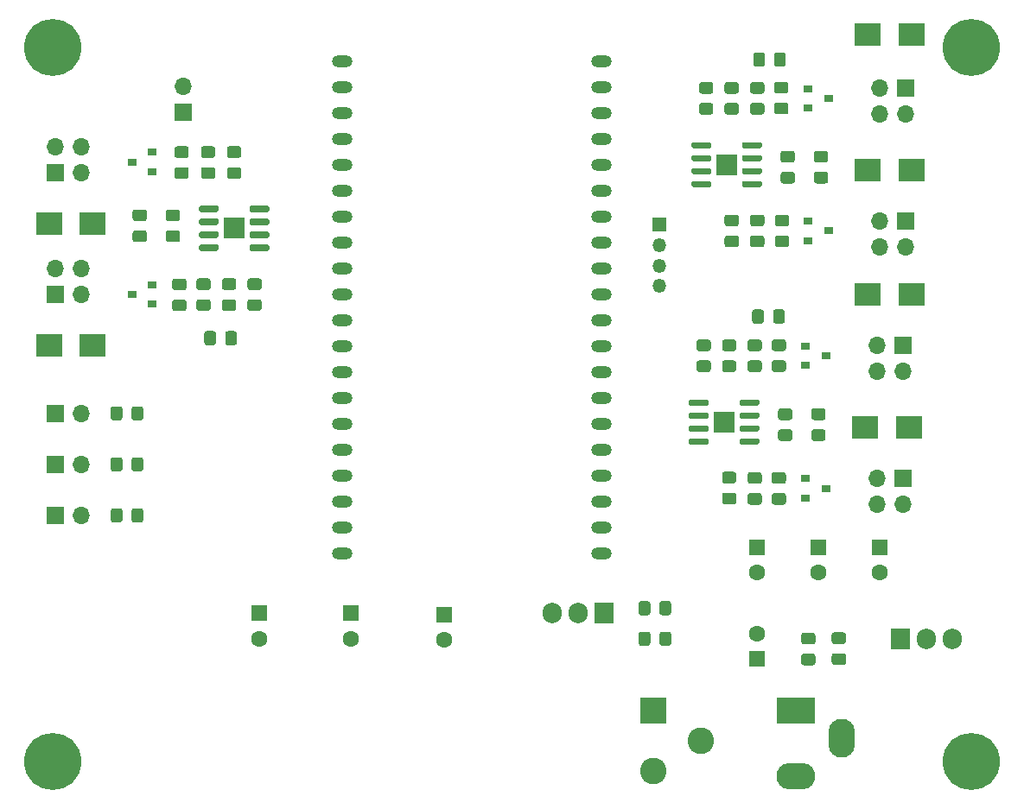
<source format=gts>
G04 #@! TF.GenerationSoftware,KiCad,Pcbnew,5.1.10*
G04 #@! TF.CreationDate,2022-01-16T13:43:41+02:00*
G04 #@! TF.ProjectId,horse_feeder,686f7273-655f-4666-9565-6465722e6b69,rev?*
G04 #@! TF.SameCoordinates,Original*
G04 #@! TF.FileFunction,Soldermask,Top*
G04 #@! TF.FilePolarity,Negative*
%FSLAX46Y46*%
G04 Gerber Fmt 4.6, Leading zero omitted, Abs format (unit mm)*
G04 Created by KiCad (PCBNEW 5.1.10) date 2022-01-16 13:43:41*
%MOMM*%
%LPD*%
G01*
G04 APERTURE LIST*
%ADD10R,2.110000X2.110000*%
%ADD11C,5.600000*%
%ADD12R,0.900000X0.800000*%
%ADD13C,2.600000*%
%ADD14R,2.600000X2.600000*%
%ADD15R,3.800000X2.600000*%
%ADD16O,3.800000X2.600000*%
%ADD17O,2.600000X3.800000*%
%ADD18R,1.600000X1.600000*%
%ADD19C,1.600000*%
%ADD20R,2.500000X2.300000*%
%ADD21R,1.350000X1.350000*%
%ADD22O,1.350000X1.350000*%
%ADD23O,1.700000X1.700000*%
%ADD24R,1.700000X1.700000*%
%ADD25O,1.905000X2.000000*%
%ADD26R,1.905000X2.000000*%
%ADD27O,2.000000X1.200000*%
G04 APERTURE END LIST*
G36*
G01*
X92500000Y-57285000D02*
X92500000Y-56985000D01*
G75*
G02*
X92650000Y-56835000I150000J0D01*
G01*
X94300000Y-56835000D01*
G75*
G02*
X94450000Y-56985000I0J-150000D01*
G01*
X94450000Y-57285000D01*
G75*
G02*
X94300000Y-57435000I-150000J0D01*
G01*
X92650000Y-57435000D01*
G75*
G02*
X92500000Y-57285000I0J150000D01*
G01*
G37*
G36*
G01*
X87550000Y-54745000D02*
X87550000Y-54445000D01*
G75*
G02*
X87700000Y-54295000I150000J0D01*
G01*
X89350000Y-54295000D01*
G75*
G02*
X89500000Y-54445000I0J-150000D01*
G01*
X89500000Y-54745000D01*
G75*
G02*
X89350000Y-54895000I-150000J0D01*
G01*
X87700000Y-54895000D01*
G75*
G02*
X87550000Y-54745000I0J150000D01*
G01*
G37*
G36*
G01*
X87550000Y-56015000D02*
X87550000Y-55715000D01*
G75*
G02*
X87700000Y-55565000I150000J0D01*
G01*
X89350000Y-55565000D01*
G75*
G02*
X89500000Y-55715000I0J-150000D01*
G01*
X89500000Y-56015000D01*
G75*
G02*
X89350000Y-56165000I-150000J0D01*
G01*
X87700000Y-56165000D01*
G75*
G02*
X87550000Y-56015000I0J150000D01*
G01*
G37*
G36*
G01*
X87550000Y-57285000D02*
X87550000Y-56985000D01*
G75*
G02*
X87700000Y-56835000I150000J0D01*
G01*
X89350000Y-56835000D01*
G75*
G02*
X89500000Y-56985000I0J-150000D01*
G01*
X89500000Y-57285000D01*
G75*
G02*
X89350000Y-57435000I-150000J0D01*
G01*
X87700000Y-57435000D01*
G75*
G02*
X87550000Y-57285000I0J150000D01*
G01*
G37*
G36*
G01*
X87550000Y-58555000D02*
X87550000Y-58255000D01*
G75*
G02*
X87700000Y-58105000I150000J0D01*
G01*
X89350000Y-58105000D01*
G75*
G02*
X89500000Y-58255000I0J-150000D01*
G01*
X89500000Y-58555000D01*
G75*
G02*
X89350000Y-58705000I-150000J0D01*
G01*
X87700000Y-58705000D01*
G75*
G02*
X87550000Y-58555000I0J150000D01*
G01*
G37*
G36*
G01*
X92500000Y-58555000D02*
X92500000Y-58255000D01*
G75*
G02*
X92650000Y-58105000I150000J0D01*
G01*
X94300000Y-58105000D01*
G75*
G02*
X94450000Y-58255000I0J-150000D01*
G01*
X94450000Y-58555000D01*
G75*
G02*
X94300000Y-58705000I-150000J0D01*
G01*
X92650000Y-58705000D01*
G75*
G02*
X92500000Y-58555000I0J150000D01*
G01*
G37*
D10*
X91000000Y-56500000D03*
G36*
G01*
X92500000Y-54745000D02*
X92500000Y-54445000D01*
G75*
G02*
X92650000Y-54295000I150000J0D01*
G01*
X94300000Y-54295000D01*
G75*
G02*
X94450000Y-54445000I0J-150000D01*
G01*
X94450000Y-54745000D01*
G75*
G02*
X94300000Y-54895000I-150000J0D01*
G01*
X92650000Y-54895000D01*
G75*
G02*
X92500000Y-54745000I0J150000D01*
G01*
G37*
G36*
G01*
X92500000Y-56015000D02*
X92500000Y-55715000D01*
G75*
G02*
X92650000Y-55565000I150000J0D01*
G01*
X94300000Y-55565000D01*
G75*
G02*
X94450000Y-55715000I0J-150000D01*
G01*
X94450000Y-56015000D01*
G75*
G02*
X94300000Y-56165000I-150000J0D01*
G01*
X92650000Y-56165000D01*
G75*
G02*
X92500000Y-56015000I0J150000D01*
G01*
G37*
G36*
G01*
X41250000Y-61965000D02*
X41250000Y-62265000D01*
G75*
G02*
X41100000Y-62415000I-150000J0D01*
G01*
X39450000Y-62415000D01*
G75*
G02*
X39300000Y-62265000I0J150000D01*
G01*
X39300000Y-61965000D01*
G75*
G02*
X39450000Y-61815000I150000J0D01*
G01*
X41100000Y-61815000D01*
G75*
G02*
X41250000Y-61965000I0J-150000D01*
G01*
G37*
G36*
G01*
X46200000Y-64505000D02*
X46200000Y-64805000D01*
G75*
G02*
X46050000Y-64955000I-150000J0D01*
G01*
X44400000Y-64955000D01*
G75*
G02*
X44250000Y-64805000I0J150000D01*
G01*
X44250000Y-64505000D01*
G75*
G02*
X44400000Y-64355000I150000J0D01*
G01*
X46050000Y-64355000D01*
G75*
G02*
X46200000Y-64505000I0J-150000D01*
G01*
G37*
G36*
G01*
X46200000Y-63235000D02*
X46200000Y-63535000D01*
G75*
G02*
X46050000Y-63685000I-150000J0D01*
G01*
X44400000Y-63685000D01*
G75*
G02*
X44250000Y-63535000I0J150000D01*
G01*
X44250000Y-63235000D01*
G75*
G02*
X44400000Y-63085000I150000J0D01*
G01*
X46050000Y-63085000D01*
G75*
G02*
X46200000Y-63235000I0J-150000D01*
G01*
G37*
G36*
G01*
X46200000Y-61965000D02*
X46200000Y-62265000D01*
G75*
G02*
X46050000Y-62415000I-150000J0D01*
G01*
X44400000Y-62415000D01*
G75*
G02*
X44250000Y-62265000I0J150000D01*
G01*
X44250000Y-61965000D01*
G75*
G02*
X44400000Y-61815000I150000J0D01*
G01*
X46050000Y-61815000D01*
G75*
G02*
X46200000Y-61965000I0J-150000D01*
G01*
G37*
G36*
G01*
X46200000Y-60695000D02*
X46200000Y-60995000D01*
G75*
G02*
X46050000Y-61145000I-150000J0D01*
G01*
X44400000Y-61145000D01*
G75*
G02*
X44250000Y-60995000I0J150000D01*
G01*
X44250000Y-60695000D01*
G75*
G02*
X44400000Y-60545000I150000J0D01*
G01*
X46050000Y-60545000D01*
G75*
G02*
X46200000Y-60695000I0J-150000D01*
G01*
G37*
G36*
G01*
X41250000Y-60695000D02*
X41250000Y-60995000D01*
G75*
G02*
X41100000Y-61145000I-150000J0D01*
G01*
X39450000Y-61145000D01*
G75*
G02*
X39300000Y-60995000I0J150000D01*
G01*
X39300000Y-60695000D01*
G75*
G02*
X39450000Y-60545000I150000J0D01*
G01*
X41100000Y-60545000D01*
G75*
G02*
X41250000Y-60695000I0J-150000D01*
G01*
G37*
X42750000Y-62750000D03*
G36*
G01*
X41250000Y-64505000D02*
X41250000Y-64805000D01*
G75*
G02*
X41100000Y-64955000I-150000J0D01*
G01*
X39450000Y-64955000D01*
G75*
G02*
X39300000Y-64805000I0J150000D01*
G01*
X39300000Y-64505000D01*
G75*
G02*
X39450000Y-64355000I150000J0D01*
G01*
X41100000Y-64355000D01*
G75*
G02*
X41250000Y-64505000I0J-150000D01*
G01*
G37*
G36*
G01*
X41250000Y-63235000D02*
X41250000Y-63535000D01*
G75*
G02*
X41100000Y-63685000I-150000J0D01*
G01*
X39450000Y-63685000D01*
G75*
G02*
X39300000Y-63535000I0J150000D01*
G01*
X39300000Y-63235000D01*
G75*
G02*
X39450000Y-63085000I150000J0D01*
G01*
X41100000Y-63085000D01*
G75*
G02*
X41250000Y-63235000I0J-150000D01*
G01*
G37*
G36*
G01*
X92250000Y-82535000D02*
X92250000Y-82235000D01*
G75*
G02*
X92400000Y-82085000I150000J0D01*
G01*
X94050000Y-82085000D01*
G75*
G02*
X94200000Y-82235000I0J-150000D01*
G01*
X94200000Y-82535000D01*
G75*
G02*
X94050000Y-82685000I-150000J0D01*
G01*
X92400000Y-82685000D01*
G75*
G02*
X92250000Y-82535000I0J150000D01*
G01*
G37*
G36*
G01*
X87300000Y-79995000D02*
X87300000Y-79695000D01*
G75*
G02*
X87450000Y-79545000I150000J0D01*
G01*
X89100000Y-79545000D01*
G75*
G02*
X89250000Y-79695000I0J-150000D01*
G01*
X89250000Y-79995000D01*
G75*
G02*
X89100000Y-80145000I-150000J0D01*
G01*
X87450000Y-80145000D01*
G75*
G02*
X87300000Y-79995000I0J150000D01*
G01*
G37*
G36*
G01*
X87300000Y-81265000D02*
X87300000Y-80965000D01*
G75*
G02*
X87450000Y-80815000I150000J0D01*
G01*
X89100000Y-80815000D01*
G75*
G02*
X89250000Y-80965000I0J-150000D01*
G01*
X89250000Y-81265000D01*
G75*
G02*
X89100000Y-81415000I-150000J0D01*
G01*
X87450000Y-81415000D01*
G75*
G02*
X87300000Y-81265000I0J150000D01*
G01*
G37*
G36*
G01*
X87300000Y-82535000D02*
X87300000Y-82235000D01*
G75*
G02*
X87450000Y-82085000I150000J0D01*
G01*
X89100000Y-82085000D01*
G75*
G02*
X89250000Y-82235000I0J-150000D01*
G01*
X89250000Y-82535000D01*
G75*
G02*
X89100000Y-82685000I-150000J0D01*
G01*
X87450000Y-82685000D01*
G75*
G02*
X87300000Y-82535000I0J150000D01*
G01*
G37*
G36*
G01*
X87300000Y-83805000D02*
X87300000Y-83505000D01*
G75*
G02*
X87450000Y-83355000I150000J0D01*
G01*
X89100000Y-83355000D01*
G75*
G02*
X89250000Y-83505000I0J-150000D01*
G01*
X89250000Y-83805000D01*
G75*
G02*
X89100000Y-83955000I-150000J0D01*
G01*
X87450000Y-83955000D01*
G75*
G02*
X87300000Y-83805000I0J150000D01*
G01*
G37*
G36*
G01*
X92250000Y-83805000D02*
X92250000Y-83505000D01*
G75*
G02*
X92400000Y-83355000I150000J0D01*
G01*
X94050000Y-83355000D01*
G75*
G02*
X94200000Y-83505000I0J-150000D01*
G01*
X94200000Y-83805000D01*
G75*
G02*
X94050000Y-83955000I-150000J0D01*
G01*
X92400000Y-83955000D01*
G75*
G02*
X92250000Y-83805000I0J150000D01*
G01*
G37*
X90750000Y-81750000D03*
G36*
G01*
X92250000Y-79995000D02*
X92250000Y-79695000D01*
G75*
G02*
X92400000Y-79545000I150000J0D01*
G01*
X94050000Y-79545000D01*
G75*
G02*
X94200000Y-79695000I0J-150000D01*
G01*
X94200000Y-79995000D01*
G75*
G02*
X94050000Y-80145000I-150000J0D01*
G01*
X92400000Y-80145000D01*
G75*
G02*
X92250000Y-79995000I0J150000D01*
G01*
G37*
G36*
G01*
X92250000Y-81265000D02*
X92250000Y-80965000D01*
G75*
G02*
X92400000Y-80815000I150000J0D01*
G01*
X94050000Y-80815000D01*
G75*
G02*
X94200000Y-80965000I0J-150000D01*
G01*
X94200000Y-81265000D01*
G75*
G02*
X94050000Y-81415000I-150000J0D01*
G01*
X92400000Y-81415000D01*
G75*
G02*
X92250000Y-81265000I0J150000D01*
G01*
G37*
D11*
X115000000Y-45000000D03*
X25000000Y-45000000D03*
X25000000Y-115000000D03*
G36*
G01*
X99799999Y-55150000D02*
X100700001Y-55150000D01*
G75*
G02*
X100950000Y-55399999I0J-249999D01*
G01*
X100950000Y-56050001D01*
G75*
G02*
X100700001Y-56300000I-249999J0D01*
G01*
X99799999Y-56300000D01*
G75*
G02*
X99550000Y-56050001I0J249999D01*
G01*
X99550000Y-55399999D01*
G75*
G02*
X99799999Y-55150000I249999J0D01*
G01*
G37*
G36*
G01*
X99799999Y-57200000D02*
X100700001Y-57200000D01*
G75*
G02*
X100950000Y-57449999I0J-249999D01*
G01*
X100950000Y-58100001D01*
G75*
G02*
X100700001Y-58350000I-249999J0D01*
G01*
X99799999Y-58350000D01*
G75*
G02*
X99550000Y-58100001I0J249999D01*
G01*
X99550000Y-57449999D01*
G75*
G02*
X99799999Y-57200000I249999J0D01*
G01*
G37*
D12*
X101000000Y-50000000D03*
X99000000Y-50950000D03*
X99000000Y-49050000D03*
G36*
G01*
X89450001Y-49550000D02*
X88549999Y-49550000D01*
G75*
G02*
X88300000Y-49300001I0J249999D01*
G01*
X88300000Y-48649999D01*
G75*
G02*
X88549999Y-48400000I249999J0D01*
G01*
X89450001Y-48400000D01*
G75*
G02*
X89700000Y-48649999I0J-249999D01*
G01*
X89700000Y-49300001D01*
G75*
G02*
X89450001Y-49550000I-249999J0D01*
G01*
G37*
G36*
G01*
X89450001Y-51600000D02*
X88549999Y-51600000D01*
G75*
G02*
X88300000Y-51350001I0J249999D01*
G01*
X88300000Y-50699999D01*
G75*
G02*
X88549999Y-50450000I249999J0D01*
G01*
X89450001Y-50450000D01*
G75*
G02*
X89700000Y-50699999I0J-249999D01*
G01*
X89700000Y-51350001D01*
G75*
G02*
X89450001Y-51600000I-249999J0D01*
G01*
G37*
G36*
G01*
X96549999Y-57200000D02*
X97450001Y-57200000D01*
G75*
G02*
X97700000Y-57449999I0J-249999D01*
G01*
X97700000Y-58100001D01*
G75*
G02*
X97450001Y-58350000I-249999J0D01*
G01*
X96549999Y-58350000D01*
G75*
G02*
X96300000Y-58100001I0J249999D01*
G01*
X96300000Y-57449999D01*
G75*
G02*
X96549999Y-57200000I249999J0D01*
G01*
G37*
G36*
G01*
X96549999Y-55150000D02*
X97450001Y-55150000D01*
G75*
G02*
X97700000Y-55399999I0J-249999D01*
G01*
X97700000Y-56050001D01*
G75*
G02*
X97450001Y-56300000I-249999J0D01*
G01*
X96549999Y-56300000D01*
G75*
G02*
X96300000Y-56050001I0J249999D01*
G01*
X96300000Y-55399999D01*
G75*
G02*
X96549999Y-55150000I249999J0D01*
G01*
G37*
G36*
G01*
X95914998Y-48375000D02*
X96815000Y-48375000D01*
G75*
G02*
X97064999Y-48624999I0J-249999D01*
G01*
X97064999Y-49275001D01*
G75*
G02*
X96815000Y-49525000I-249999J0D01*
G01*
X95914998Y-49525000D01*
G75*
G02*
X95664999Y-49275001I0J249999D01*
G01*
X95664999Y-48624999D01*
G75*
G02*
X95914998Y-48375000I249999J0D01*
G01*
G37*
G36*
G01*
X95914998Y-50425000D02*
X96815000Y-50425000D01*
G75*
G02*
X97064999Y-50674999I0J-249999D01*
G01*
X97064999Y-51325001D01*
G75*
G02*
X96815000Y-51575000I-249999J0D01*
G01*
X95914998Y-51575000D01*
G75*
G02*
X95664999Y-51325001I0J249999D01*
G01*
X95664999Y-50674999D01*
G75*
G02*
X95914998Y-50425000I249999J0D01*
G01*
G37*
G36*
G01*
X95985000Y-61400000D02*
X96885002Y-61400000D01*
G75*
G02*
X97135001Y-61649999I0J-249999D01*
G01*
X97135001Y-62300001D01*
G75*
G02*
X96885002Y-62550000I-249999J0D01*
G01*
X95985000Y-62550000D01*
G75*
G02*
X95735001Y-62300001I0J249999D01*
G01*
X95735001Y-61649999D01*
G75*
G02*
X95985000Y-61400000I249999J0D01*
G01*
G37*
G36*
G01*
X95985000Y-63450000D02*
X96885002Y-63450000D01*
G75*
G02*
X97135001Y-63699999I0J-249999D01*
G01*
X97135001Y-64350001D01*
G75*
G02*
X96885002Y-64600000I-249999J0D01*
G01*
X95985000Y-64600000D01*
G75*
G02*
X95735001Y-64350001I0J249999D01*
G01*
X95735001Y-63699999D01*
G75*
G02*
X95985000Y-63450000I249999J0D01*
G01*
G37*
G36*
G01*
X93549999Y-50450000D02*
X94450001Y-50450000D01*
G75*
G02*
X94700000Y-50699999I0J-249999D01*
G01*
X94700000Y-51350001D01*
G75*
G02*
X94450001Y-51600000I-249999J0D01*
G01*
X93549999Y-51600000D01*
G75*
G02*
X93300000Y-51350001I0J249999D01*
G01*
X93300000Y-50699999D01*
G75*
G02*
X93549999Y-50450000I249999J0D01*
G01*
G37*
G36*
G01*
X93549999Y-48400000D02*
X94450001Y-48400000D01*
G75*
G02*
X94700000Y-48649999I0J-249999D01*
G01*
X94700000Y-49300001D01*
G75*
G02*
X94450001Y-49550000I-249999J0D01*
G01*
X93549999Y-49550000D01*
G75*
G02*
X93300000Y-49300001I0J249999D01*
G01*
X93300000Y-48649999D01*
G75*
G02*
X93549999Y-48400000I249999J0D01*
G01*
G37*
X99000000Y-62050000D03*
X99000000Y-63950000D03*
X101000000Y-63000000D03*
G36*
G01*
X94450001Y-62550000D02*
X93549999Y-62550000D01*
G75*
G02*
X93300000Y-62300001I0J249999D01*
G01*
X93300000Y-61649999D01*
G75*
G02*
X93549999Y-61400000I249999J0D01*
G01*
X94450001Y-61400000D01*
G75*
G02*
X94700000Y-61649999I0J-249999D01*
G01*
X94700000Y-62300001D01*
G75*
G02*
X94450001Y-62550000I-249999J0D01*
G01*
G37*
G36*
G01*
X94450001Y-64600000D02*
X93549999Y-64600000D01*
G75*
G02*
X93300000Y-64350001I0J249999D01*
G01*
X93300000Y-63699999D01*
G75*
G02*
X93549999Y-63450000I249999J0D01*
G01*
X94450001Y-63450000D01*
G75*
G02*
X94700000Y-63699999I0J-249999D01*
G01*
X94700000Y-64350001D01*
G75*
G02*
X94450001Y-64600000I-249999J0D01*
G01*
G37*
G36*
G01*
X91049999Y-48400000D02*
X91950001Y-48400000D01*
G75*
G02*
X92200000Y-48649999I0J-249999D01*
G01*
X92200000Y-49300001D01*
G75*
G02*
X91950001Y-49550000I-249999J0D01*
G01*
X91049999Y-49550000D01*
G75*
G02*
X90800000Y-49300001I0J249999D01*
G01*
X90800000Y-48649999D01*
G75*
G02*
X91049999Y-48400000I249999J0D01*
G01*
G37*
G36*
G01*
X91049999Y-50450000D02*
X91950001Y-50450000D01*
G75*
G02*
X92200000Y-50699999I0J-249999D01*
G01*
X92200000Y-51350001D01*
G75*
G02*
X91950001Y-51600000I-249999J0D01*
G01*
X91049999Y-51600000D01*
G75*
G02*
X90800000Y-51350001I0J249999D01*
G01*
X90800000Y-50699999D01*
G75*
G02*
X91049999Y-50450000I249999J0D01*
G01*
G37*
G36*
G01*
X42700001Y-68800000D02*
X41799999Y-68800000D01*
G75*
G02*
X41550000Y-68550001I0J249999D01*
G01*
X41550000Y-67899999D01*
G75*
G02*
X41799999Y-67650000I249999J0D01*
G01*
X42700001Y-67650000D01*
G75*
G02*
X42950000Y-67899999I0J-249999D01*
G01*
X42950000Y-68550001D01*
G75*
G02*
X42700001Y-68800000I-249999J0D01*
G01*
G37*
G36*
G01*
X42700001Y-70850000D02*
X41799999Y-70850000D01*
G75*
G02*
X41550000Y-70600001I0J249999D01*
G01*
X41550000Y-69949999D01*
G75*
G02*
X41799999Y-69700000I249999J0D01*
G01*
X42700001Y-69700000D01*
G75*
G02*
X42950000Y-69949999I0J-249999D01*
G01*
X42950000Y-70600001D01*
G75*
G02*
X42700001Y-70850000I-249999J0D01*
G01*
G37*
G36*
G01*
X44299999Y-67650000D02*
X45200001Y-67650000D01*
G75*
G02*
X45450000Y-67899999I0J-249999D01*
G01*
X45450000Y-68550001D01*
G75*
G02*
X45200001Y-68800000I-249999J0D01*
G01*
X44299999Y-68800000D01*
G75*
G02*
X44050000Y-68550001I0J249999D01*
G01*
X44050000Y-67899999D01*
G75*
G02*
X44299999Y-67650000I249999J0D01*
G01*
G37*
G36*
G01*
X44299999Y-69700000D02*
X45200001Y-69700000D01*
G75*
G02*
X45450000Y-69949999I0J-249999D01*
G01*
X45450000Y-70600001D01*
G75*
G02*
X45200001Y-70850000I-249999J0D01*
G01*
X44299999Y-70850000D01*
G75*
G02*
X44050000Y-70600001I0J249999D01*
G01*
X44050000Y-69949999D01*
G75*
G02*
X44299999Y-69700000I249999J0D01*
G01*
G37*
G36*
G01*
X38050001Y-55850000D02*
X37149999Y-55850000D01*
G75*
G02*
X36900000Y-55600001I0J249999D01*
G01*
X36900000Y-54949999D01*
G75*
G02*
X37149999Y-54700000I249999J0D01*
G01*
X38050001Y-54700000D01*
G75*
G02*
X38300000Y-54949999I0J-249999D01*
G01*
X38300000Y-55600001D01*
G75*
G02*
X38050001Y-55850000I-249999J0D01*
G01*
G37*
G36*
G01*
X38050001Y-57900000D02*
X37149999Y-57900000D01*
G75*
G02*
X36900000Y-57650001I0J249999D01*
G01*
X36900000Y-56999999D01*
G75*
G02*
X37149999Y-56750000I249999J0D01*
G01*
X38050001Y-56750000D01*
G75*
G02*
X38300000Y-56999999I0J-249999D01*
G01*
X38300000Y-57650001D01*
G75*
G02*
X38050001Y-57900000I-249999J0D01*
G01*
G37*
G36*
G01*
X39749999Y-54700000D02*
X40650001Y-54700000D01*
G75*
G02*
X40900000Y-54949999I0J-249999D01*
G01*
X40900000Y-55600001D01*
G75*
G02*
X40650001Y-55850000I-249999J0D01*
G01*
X39749999Y-55850000D01*
G75*
G02*
X39500000Y-55600001I0J249999D01*
G01*
X39500000Y-54949999D01*
G75*
G02*
X39749999Y-54700000I249999J0D01*
G01*
G37*
G36*
G01*
X39749999Y-56750000D02*
X40650001Y-56750000D01*
G75*
G02*
X40900000Y-56999999I0J-249999D01*
G01*
X40900000Y-57650001D01*
G75*
G02*
X40650001Y-57900000I-249999J0D01*
G01*
X39749999Y-57900000D01*
G75*
G02*
X39500000Y-57650001I0J249999D01*
G01*
X39500000Y-56999999D01*
G75*
G02*
X39749999Y-56750000I249999J0D01*
G01*
G37*
G36*
G01*
X37835002Y-68825000D02*
X36935000Y-68825000D01*
G75*
G02*
X36685001Y-68575001I0J249999D01*
G01*
X36685001Y-67924999D01*
G75*
G02*
X36935000Y-67675000I249999J0D01*
G01*
X37835002Y-67675000D01*
G75*
G02*
X38085001Y-67924999I0J-249999D01*
G01*
X38085001Y-68575001D01*
G75*
G02*
X37835002Y-68825000I-249999J0D01*
G01*
G37*
G36*
G01*
X37835002Y-70875000D02*
X36935000Y-70875000D01*
G75*
G02*
X36685001Y-70625001I0J249999D01*
G01*
X36685001Y-69974999D01*
G75*
G02*
X36935000Y-69725000I249999J0D01*
G01*
X37835002Y-69725000D01*
G75*
G02*
X38085001Y-69974999I0J-249999D01*
G01*
X38085001Y-70625001D01*
G75*
G02*
X37835002Y-70875000I-249999J0D01*
G01*
G37*
G36*
G01*
X37200001Y-64100000D02*
X36299999Y-64100000D01*
G75*
G02*
X36050000Y-63850001I0J249999D01*
G01*
X36050000Y-63199999D01*
G75*
G02*
X36299999Y-62950000I249999J0D01*
G01*
X37200001Y-62950000D01*
G75*
G02*
X37450000Y-63199999I0J-249999D01*
G01*
X37450000Y-63850001D01*
G75*
G02*
X37200001Y-64100000I-249999J0D01*
G01*
G37*
G36*
G01*
X37200001Y-62050000D02*
X36299999Y-62050000D01*
G75*
G02*
X36050000Y-61800001I0J249999D01*
G01*
X36050000Y-61149999D01*
G75*
G02*
X36299999Y-60900000I249999J0D01*
G01*
X37200001Y-60900000D01*
G75*
G02*
X37450000Y-61149999I0J-249999D01*
G01*
X37450000Y-61800001D01*
G75*
G02*
X37200001Y-62050000I-249999J0D01*
G01*
G37*
G36*
G01*
X33950001Y-62050000D02*
X33049999Y-62050000D01*
G75*
G02*
X32800000Y-61800001I0J249999D01*
G01*
X32800000Y-61149999D01*
G75*
G02*
X33049999Y-60900000I249999J0D01*
G01*
X33950001Y-60900000D01*
G75*
G02*
X34200000Y-61149999I0J-249999D01*
G01*
X34200000Y-61800001D01*
G75*
G02*
X33950001Y-62050000I-249999J0D01*
G01*
G37*
G36*
G01*
X33950001Y-64100000D02*
X33049999Y-64100000D01*
G75*
G02*
X32800000Y-63850001I0J249999D01*
G01*
X32800000Y-63199999D01*
G75*
G02*
X33049999Y-62950000I249999J0D01*
G01*
X33950001Y-62950000D01*
G75*
G02*
X34200000Y-63199999I0J-249999D01*
G01*
X34200000Y-63850001D01*
G75*
G02*
X33950001Y-64100000I-249999J0D01*
G01*
G37*
G36*
G01*
X40200001Y-70850000D02*
X39299999Y-70850000D01*
G75*
G02*
X39050000Y-70600001I0J249999D01*
G01*
X39050000Y-69949999D01*
G75*
G02*
X39299999Y-69700000I249999J0D01*
G01*
X40200001Y-69700000D01*
G75*
G02*
X40450000Y-69949999I0J-249999D01*
G01*
X40450000Y-70600001D01*
G75*
G02*
X40200001Y-70850000I-249999J0D01*
G01*
G37*
G36*
G01*
X40200001Y-68800000D02*
X39299999Y-68800000D01*
G75*
G02*
X39050000Y-68550001I0J249999D01*
G01*
X39050000Y-67899999D01*
G75*
G02*
X39299999Y-67650000I249999J0D01*
G01*
X40200001Y-67650000D01*
G75*
G02*
X40450000Y-67899999I0J-249999D01*
G01*
X40450000Y-68550001D01*
G75*
G02*
X40200001Y-68800000I-249999J0D01*
G01*
G37*
X32750000Y-56250000D03*
X34750000Y-55300000D03*
X34750000Y-57200000D03*
X34750000Y-70200000D03*
X34750000Y-68300000D03*
X32750000Y-69250000D03*
D11*
X115000000Y-115000000D03*
D13*
X88500000Y-113000000D03*
X83800000Y-116000000D03*
D14*
X83800000Y-110000000D03*
D15*
X97800000Y-110000000D03*
D16*
X97800000Y-116500000D03*
D17*
X102300000Y-112750000D03*
D18*
X94000000Y-105000000D03*
D19*
X94000000Y-102500000D03*
G36*
G01*
X102450001Y-105575000D02*
X101549999Y-105575000D01*
G75*
G02*
X101300000Y-105325001I0J249999D01*
G01*
X101300000Y-104674999D01*
G75*
G02*
X101549999Y-104425000I249999J0D01*
G01*
X102450001Y-104425000D01*
G75*
G02*
X102700000Y-104674999I0J-249999D01*
G01*
X102700000Y-105325001D01*
G75*
G02*
X102450001Y-105575000I-249999J0D01*
G01*
G37*
G36*
G01*
X102450001Y-103525000D02*
X101549999Y-103525000D01*
G75*
G02*
X101300000Y-103275001I0J249999D01*
G01*
X101300000Y-102624999D01*
G75*
G02*
X101549999Y-102375000I249999J0D01*
G01*
X102450001Y-102375000D01*
G75*
G02*
X102700000Y-102624999I0J-249999D01*
G01*
X102700000Y-103275001D01*
G75*
G02*
X102450001Y-103525000I-249999J0D01*
G01*
G37*
G36*
G01*
X99450001Y-105600000D02*
X98549999Y-105600000D01*
G75*
G02*
X98300000Y-105350001I0J249999D01*
G01*
X98300000Y-104699999D01*
G75*
G02*
X98549999Y-104450000I249999J0D01*
G01*
X99450001Y-104450000D01*
G75*
G02*
X99700000Y-104699999I0J-249999D01*
G01*
X99700000Y-105350001D01*
G75*
G02*
X99450001Y-105600000I-249999J0D01*
G01*
G37*
G36*
G01*
X99450001Y-103550000D02*
X98549999Y-103550000D01*
G75*
G02*
X98300000Y-103300001I0J249999D01*
G01*
X98300000Y-102649999D01*
G75*
G02*
X98549999Y-102400000I249999J0D01*
G01*
X99450001Y-102400000D01*
G75*
G02*
X99700000Y-102649999I0J-249999D01*
G01*
X99700000Y-103300001D01*
G75*
G02*
X99450001Y-103550000I-249999J0D01*
G01*
G37*
D18*
X100000000Y-94000000D03*
D19*
X100000000Y-96500000D03*
D18*
X106000000Y-94000000D03*
D19*
X106000000Y-96500000D03*
X94000000Y-96500000D03*
D18*
X94000000Y-94000000D03*
G36*
G01*
X83525000Y-102549999D02*
X83525000Y-103450001D01*
G75*
G02*
X83275001Y-103700000I-249999J0D01*
G01*
X82624999Y-103700000D01*
G75*
G02*
X82375000Y-103450001I0J249999D01*
G01*
X82375000Y-102549999D01*
G75*
G02*
X82624999Y-102300000I249999J0D01*
G01*
X83275001Y-102300000D01*
G75*
G02*
X83525000Y-102549999I0J-249999D01*
G01*
G37*
G36*
G01*
X85575000Y-102549999D02*
X85575000Y-103450001D01*
G75*
G02*
X85325001Y-103700000I-249999J0D01*
G01*
X84674999Y-103700000D01*
G75*
G02*
X84425000Y-103450001I0J249999D01*
G01*
X84425000Y-102549999D01*
G75*
G02*
X84674999Y-102300000I249999J0D01*
G01*
X85325001Y-102300000D01*
G75*
G02*
X85575000Y-102549999I0J-249999D01*
G01*
G37*
G36*
G01*
X85575000Y-99549999D02*
X85575000Y-100450001D01*
G75*
G02*
X85325001Y-100700000I-249999J0D01*
G01*
X84674999Y-100700000D01*
G75*
G02*
X84425000Y-100450001I0J249999D01*
G01*
X84425000Y-99549999D01*
G75*
G02*
X84674999Y-99300000I249999J0D01*
G01*
X85325001Y-99300000D01*
G75*
G02*
X85575000Y-99549999I0J-249999D01*
G01*
G37*
G36*
G01*
X83525000Y-99549999D02*
X83525000Y-100450001D01*
G75*
G02*
X83275001Y-100700000I-249999J0D01*
G01*
X82624999Y-100700000D01*
G75*
G02*
X82375000Y-100450001I0J249999D01*
G01*
X82375000Y-99549999D01*
G75*
G02*
X82624999Y-99300000I249999J0D01*
G01*
X83275001Y-99300000D01*
G75*
G02*
X83525000Y-99549999I0J-249999D01*
G01*
G37*
D19*
X63300000Y-103100000D03*
D18*
X63300000Y-100600000D03*
X54200000Y-100500000D03*
D19*
X54200000Y-103000000D03*
X45200000Y-103000000D03*
D18*
X45200000Y-100500000D03*
G36*
G01*
X96299999Y-82450000D02*
X97200001Y-82450000D01*
G75*
G02*
X97450000Y-82699999I0J-249999D01*
G01*
X97450000Y-83350001D01*
G75*
G02*
X97200001Y-83600000I-249999J0D01*
G01*
X96299999Y-83600000D01*
G75*
G02*
X96050000Y-83350001I0J249999D01*
G01*
X96050000Y-82699999D01*
G75*
G02*
X96299999Y-82450000I249999J0D01*
G01*
G37*
G36*
G01*
X96299999Y-80400000D02*
X97200001Y-80400000D01*
G75*
G02*
X97450000Y-80649999I0J-249999D01*
G01*
X97450000Y-81300001D01*
G75*
G02*
X97200001Y-81550000I-249999J0D01*
G01*
X96299999Y-81550000D01*
G75*
G02*
X96050000Y-81300001I0J249999D01*
G01*
X96050000Y-80649999D01*
G75*
G02*
X96299999Y-80400000I249999J0D01*
G01*
G37*
G36*
G01*
X99549999Y-80400000D02*
X100450001Y-80400000D01*
G75*
G02*
X100700000Y-80649999I0J-249999D01*
G01*
X100700000Y-81300001D01*
G75*
G02*
X100450001Y-81550000I-249999J0D01*
G01*
X99549999Y-81550000D01*
G75*
G02*
X99300000Y-81300001I0J249999D01*
G01*
X99300000Y-80649999D01*
G75*
G02*
X99549999Y-80400000I249999J0D01*
G01*
G37*
G36*
G01*
X99549999Y-82450000D02*
X100450001Y-82450000D01*
G75*
G02*
X100700000Y-82699999I0J-249999D01*
G01*
X100700000Y-83350001D01*
G75*
G02*
X100450001Y-83600000I-249999J0D01*
G01*
X99549999Y-83600000D01*
G75*
G02*
X99300000Y-83350001I0J249999D01*
G01*
X99300000Y-82699999D01*
G75*
G02*
X99549999Y-82450000I249999J0D01*
G01*
G37*
D20*
X109150000Y-43750000D03*
X104850000Y-43750000D03*
X28900000Y-74250000D03*
X24600000Y-74250000D03*
X104850000Y-69250000D03*
X109150000Y-69250000D03*
X108900000Y-82250000D03*
X104600000Y-82250000D03*
X104850000Y-57000000D03*
X109150000Y-57000000D03*
X24600000Y-62250000D03*
X28900000Y-62250000D03*
D21*
X84400000Y-62400000D03*
D22*
X84400000Y-64400000D03*
X84400000Y-66400000D03*
X84400000Y-68400000D03*
D23*
X106035000Y-51540000D03*
X106035000Y-49000000D03*
X108575000Y-51540000D03*
D24*
X108575000Y-49000000D03*
D23*
X27790000Y-66710000D03*
X27790000Y-69250000D03*
X25250000Y-66710000D03*
D24*
X25250000Y-69250000D03*
D23*
X105785000Y-76790000D03*
X105785000Y-74250000D03*
X108325000Y-76790000D03*
D24*
X108325000Y-74250000D03*
X108325000Y-87250000D03*
D23*
X108325000Y-89790000D03*
X105785000Y-87250000D03*
X105785000Y-89790000D03*
D24*
X108575000Y-62000000D03*
D23*
X108575000Y-64540000D03*
X106035000Y-62000000D03*
X106035000Y-64540000D03*
D24*
X25250000Y-57250000D03*
D23*
X25250000Y-54710000D03*
X27790000Y-57250000D03*
X27790000Y-54710000D03*
D12*
X100750000Y-75250000D03*
X98750000Y-76200000D03*
X98750000Y-74300000D03*
X98750000Y-87300000D03*
X98750000Y-89200000D03*
X100750000Y-88250000D03*
G36*
G01*
X93299999Y-75700000D02*
X94200001Y-75700000D01*
G75*
G02*
X94450000Y-75949999I0J-249999D01*
G01*
X94450000Y-76600001D01*
G75*
G02*
X94200001Y-76850000I-249999J0D01*
G01*
X93299999Y-76850000D01*
G75*
G02*
X93050000Y-76600001I0J249999D01*
G01*
X93050000Y-75949999D01*
G75*
G02*
X93299999Y-75700000I249999J0D01*
G01*
G37*
G36*
G01*
X93299999Y-73650000D02*
X94200001Y-73650000D01*
G75*
G02*
X94450000Y-73899999I0J-249999D01*
G01*
X94450000Y-74550001D01*
G75*
G02*
X94200001Y-74800000I-249999J0D01*
G01*
X93299999Y-74800000D01*
G75*
G02*
X93050000Y-74550001I0J249999D01*
G01*
X93050000Y-73899999D01*
G75*
G02*
X93299999Y-73650000I249999J0D01*
G01*
G37*
G36*
G01*
X94750000Y-45749999D02*
X94750000Y-46650001D01*
G75*
G02*
X94500001Y-46900000I-249999J0D01*
G01*
X93849999Y-46900000D01*
G75*
G02*
X93600000Y-46650001I0J249999D01*
G01*
X93600000Y-45749999D01*
G75*
G02*
X93849999Y-45500000I249999J0D01*
G01*
X94500001Y-45500000D01*
G75*
G02*
X94750000Y-45749999I0J-249999D01*
G01*
G37*
G36*
G01*
X96800000Y-45749999D02*
X96800000Y-46650001D01*
G75*
G02*
X96550001Y-46900000I-249999J0D01*
G01*
X95899999Y-46900000D01*
G75*
G02*
X95650000Y-46650001I0J249999D01*
G01*
X95650000Y-45749999D01*
G75*
G02*
X95899999Y-45500000I249999J0D01*
G01*
X96550001Y-45500000D01*
G75*
G02*
X96800000Y-45749999I0J-249999D01*
G01*
G37*
G36*
G01*
X39825000Y-73975001D02*
X39825000Y-73074999D01*
G75*
G02*
X40074999Y-72825000I249999J0D01*
G01*
X40725001Y-72825000D01*
G75*
G02*
X40975000Y-73074999I0J-249999D01*
G01*
X40975000Y-73975001D01*
G75*
G02*
X40725001Y-74225000I-249999J0D01*
G01*
X40074999Y-74225000D01*
G75*
G02*
X39825000Y-73975001I0J249999D01*
G01*
G37*
G36*
G01*
X41875000Y-73975001D02*
X41875000Y-73074999D01*
G75*
G02*
X42124999Y-72825000I249999J0D01*
G01*
X42775001Y-72825000D01*
G75*
G02*
X43025000Y-73074999I0J-249999D01*
G01*
X43025000Y-73975001D01*
G75*
G02*
X42775001Y-74225000I-249999J0D01*
G01*
X42124999Y-74225000D01*
G75*
G02*
X41875000Y-73975001I0J249999D01*
G01*
G37*
G36*
G01*
X94650000Y-70949999D02*
X94650000Y-71850001D01*
G75*
G02*
X94400001Y-72100000I-249999J0D01*
G01*
X93749999Y-72100000D01*
G75*
G02*
X93500000Y-71850001I0J249999D01*
G01*
X93500000Y-70949999D01*
G75*
G02*
X93749999Y-70700000I249999J0D01*
G01*
X94400001Y-70700000D01*
G75*
G02*
X94650000Y-70949999I0J-249999D01*
G01*
G37*
G36*
G01*
X96700000Y-70949999D02*
X96700000Y-71850001D01*
G75*
G02*
X96450001Y-72100000I-249999J0D01*
G01*
X95799999Y-72100000D01*
G75*
G02*
X95550000Y-71850001I0J249999D01*
G01*
X95550000Y-70949999D01*
G75*
G02*
X95799999Y-70700000I249999J0D01*
G01*
X96450001Y-70700000D01*
G75*
G02*
X96700000Y-70949999I0J-249999D01*
G01*
G37*
G36*
G01*
X95664998Y-73625000D02*
X96565000Y-73625000D01*
G75*
G02*
X96814999Y-73874999I0J-249999D01*
G01*
X96814999Y-74525001D01*
G75*
G02*
X96565000Y-74775000I-249999J0D01*
G01*
X95664998Y-74775000D01*
G75*
G02*
X95414999Y-74525001I0J249999D01*
G01*
X95414999Y-73874999D01*
G75*
G02*
X95664998Y-73625000I249999J0D01*
G01*
G37*
G36*
G01*
X95664998Y-75675000D02*
X96565000Y-75675000D01*
G75*
G02*
X96814999Y-75924999I0J-249999D01*
G01*
X96814999Y-76575001D01*
G75*
G02*
X96565000Y-76825000I-249999J0D01*
G01*
X95664998Y-76825000D01*
G75*
G02*
X95414999Y-76575001I0J249999D01*
G01*
X95414999Y-75924999D01*
G75*
G02*
X95664998Y-75675000I249999J0D01*
G01*
G37*
G36*
G01*
X94200001Y-87800000D02*
X93299999Y-87800000D01*
G75*
G02*
X93050000Y-87550001I0J249999D01*
G01*
X93050000Y-86899999D01*
G75*
G02*
X93299999Y-86650000I249999J0D01*
G01*
X94200001Y-86650000D01*
G75*
G02*
X94450000Y-86899999I0J-249999D01*
G01*
X94450000Y-87550001D01*
G75*
G02*
X94200001Y-87800000I-249999J0D01*
G01*
G37*
G36*
G01*
X94200001Y-89850000D02*
X93299999Y-89850000D01*
G75*
G02*
X93050000Y-89600001I0J249999D01*
G01*
X93050000Y-88949999D01*
G75*
G02*
X93299999Y-88700000I249999J0D01*
G01*
X94200001Y-88700000D01*
G75*
G02*
X94450000Y-88949999I0J-249999D01*
G01*
X94450000Y-89600001D01*
G75*
G02*
X94200001Y-89850000I-249999J0D01*
G01*
G37*
G36*
G01*
X91700001Y-87775000D02*
X90799999Y-87775000D01*
G75*
G02*
X90550000Y-87525001I0J249999D01*
G01*
X90550000Y-86874999D01*
G75*
G02*
X90799999Y-86625000I249999J0D01*
G01*
X91700001Y-86625000D01*
G75*
G02*
X91950000Y-86874999I0J-249999D01*
G01*
X91950000Y-87525001D01*
G75*
G02*
X91700001Y-87775000I-249999J0D01*
G01*
G37*
G36*
G01*
X91700001Y-89825000D02*
X90799999Y-89825000D01*
G75*
G02*
X90550000Y-89575001I0J249999D01*
G01*
X90550000Y-88924999D01*
G75*
G02*
X90799999Y-88675000I249999J0D01*
G01*
X91700001Y-88675000D01*
G75*
G02*
X91950000Y-88924999I0J-249999D01*
G01*
X91950000Y-89575001D01*
G75*
G02*
X91700001Y-89825000I-249999J0D01*
G01*
G37*
G36*
G01*
X95664998Y-86650000D02*
X96565000Y-86650000D01*
G75*
G02*
X96814999Y-86899999I0J-249999D01*
G01*
X96814999Y-87550001D01*
G75*
G02*
X96565000Y-87800000I-249999J0D01*
G01*
X95664998Y-87800000D01*
G75*
G02*
X95414999Y-87550001I0J249999D01*
G01*
X95414999Y-86899999D01*
G75*
G02*
X95664998Y-86650000I249999J0D01*
G01*
G37*
G36*
G01*
X95664998Y-88700000D02*
X96565000Y-88700000D01*
G75*
G02*
X96814999Y-88949999I0J-249999D01*
G01*
X96814999Y-89600001D01*
G75*
G02*
X96565000Y-89850000I-249999J0D01*
G01*
X95664998Y-89850000D01*
G75*
G02*
X95414999Y-89600001I0J249999D01*
G01*
X95414999Y-88949999D01*
G75*
G02*
X95664998Y-88700000I249999J0D01*
G01*
G37*
G36*
G01*
X91950001Y-64600000D02*
X91049999Y-64600000D01*
G75*
G02*
X90800000Y-64350001I0J249999D01*
G01*
X90800000Y-63699999D01*
G75*
G02*
X91049999Y-63450000I249999J0D01*
G01*
X91950001Y-63450000D01*
G75*
G02*
X92200000Y-63699999I0J-249999D01*
G01*
X92200000Y-64350001D01*
G75*
G02*
X91950001Y-64600000I-249999J0D01*
G01*
G37*
G36*
G01*
X91950001Y-62550000D02*
X91049999Y-62550000D01*
G75*
G02*
X90800000Y-62300001I0J249999D01*
G01*
X90800000Y-61649999D01*
G75*
G02*
X91049999Y-61400000I249999J0D01*
G01*
X91950001Y-61400000D01*
G75*
G02*
X92200000Y-61649999I0J-249999D01*
G01*
X92200000Y-62300001D01*
G75*
G02*
X91950001Y-62550000I-249999J0D01*
G01*
G37*
G36*
G01*
X42299999Y-54700000D02*
X43200001Y-54700000D01*
G75*
G02*
X43450000Y-54949999I0J-249999D01*
G01*
X43450000Y-55600001D01*
G75*
G02*
X43200001Y-55850000I-249999J0D01*
G01*
X42299999Y-55850000D01*
G75*
G02*
X42050000Y-55600001I0J249999D01*
G01*
X42050000Y-54949999D01*
G75*
G02*
X42299999Y-54700000I249999J0D01*
G01*
G37*
G36*
G01*
X42299999Y-56750000D02*
X43200001Y-56750000D01*
G75*
G02*
X43450000Y-56999999I0J-249999D01*
G01*
X43450000Y-57650001D01*
G75*
G02*
X43200001Y-57900000I-249999J0D01*
G01*
X42299999Y-57900000D01*
G75*
G02*
X42050000Y-57650001I0J249999D01*
G01*
X42050000Y-56999999D01*
G75*
G02*
X42299999Y-56750000I249999J0D01*
G01*
G37*
G36*
G01*
X89200001Y-74800000D02*
X88299999Y-74800000D01*
G75*
G02*
X88050000Y-74550001I0J249999D01*
G01*
X88050000Y-73899999D01*
G75*
G02*
X88299999Y-73650000I249999J0D01*
G01*
X89200001Y-73650000D01*
G75*
G02*
X89450000Y-73899999I0J-249999D01*
G01*
X89450000Y-74550001D01*
G75*
G02*
X89200001Y-74800000I-249999J0D01*
G01*
G37*
G36*
G01*
X89200001Y-76850000D02*
X88299999Y-76850000D01*
G75*
G02*
X88050000Y-76600001I0J249999D01*
G01*
X88050000Y-75949999D01*
G75*
G02*
X88299999Y-75700000I249999J0D01*
G01*
X89200001Y-75700000D01*
G75*
G02*
X89450000Y-75949999I0J-249999D01*
G01*
X89450000Y-76600001D01*
G75*
G02*
X89200001Y-76850000I-249999J0D01*
G01*
G37*
G36*
G01*
X90799999Y-73650000D02*
X91700001Y-73650000D01*
G75*
G02*
X91950000Y-73899999I0J-249999D01*
G01*
X91950000Y-74550001D01*
G75*
G02*
X91700001Y-74800000I-249999J0D01*
G01*
X90799999Y-74800000D01*
G75*
G02*
X90550000Y-74550001I0J249999D01*
G01*
X90550000Y-73899999D01*
G75*
G02*
X90799999Y-73650000I249999J0D01*
G01*
G37*
G36*
G01*
X90799999Y-75700000D02*
X91700001Y-75700000D01*
G75*
G02*
X91950000Y-75949999I0J-249999D01*
G01*
X91950000Y-76600001D01*
G75*
G02*
X91700001Y-76850000I-249999J0D01*
G01*
X90799999Y-76850000D01*
G75*
G02*
X90550000Y-76600001I0J249999D01*
G01*
X90550000Y-75949999D01*
G75*
G02*
X90799999Y-75700000I249999J0D01*
G01*
G37*
G36*
G01*
X30650000Y-91350001D02*
X30650000Y-90449999D01*
G75*
G02*
X30899999Y-90200000I249999J0D01*
G01*
X31550001Y-90200000D01*
G75*
G02*
X31800000Y-90449999I0J-249999D01*
G01*
X31800000Y-91350001D01*
G75*
G02*
X31550001Y-91600000I-249999J0D01*
G01*
X30899999Y-91600000D01*
G75*
G02*
X30650000Y-91350001I0J249999D01*
G01*
G37*
G36*
G01*
X32700000Y-91350001D02*
X32700000Y-90449999D01*
G75*
G02*
X32949999Y-90200000I249999J0D01*
G01*
X33600001Y-90200000D01*
G75*
G02*
X33850000Y-90449999I0J-249999D01*
G01*
X33850000Y-91350001D01*
G75*
G02*
X33600001Y-91600000I-249999J0D01*
G01*
X32949999Y-91600000D01*
G75*
G02*
X32700000Y-91350001I0J249999D01*
G01*
G37*
G36*
G01*
X32700000Y-86350001D02*
X32700000Y-85449999D01*
G75*
G02*
X32949999Y-85200000I249999J0D01*
G01*
X33600001Y-85200000D01*
G75*
G02*
X33850000Y-85449999I0J-249999D01*
G01*
X33850000Y-86350001D01*
G75*
G02*
X33600001Y-86600000I-249999J0D01*
G01*
X32949999Y-86600000D01*
G75*
G02*
X32700000Y-86350001I0J249999D01*
G01*
G37*
G36*
G01*
X30650000Y-86350001D02*
X30650000Y-85449999D01*
G75*
G02*
X30899999Y-85200000I249999J0D01*
G01*
X31550001Y-85200000D01*
G75*
G02*
X31800000Y-85449999I0J-249999D01*
G01*
X31800000Y-86350001D01*
G75*
G02*
X31550001Y-86600000I-249999J0D01*
G01*
X30899999Y-86600000D01*
G75*
G02*
X30650000Y-86350001I0J249999D01*
G01*
G37*
G36*
G01*
X32700000Y-81350001D02*
X32700000Y-80449999D01*
G75*
G02*
X32949999Y-80200000I249999J0D01*
G01*
X33600001Y-80200000D01*
G75*
G02*
X33850000Y-80449999I0J-249999D01*
G01*
X33850000Y-81350001D01*
G75*
G02*
X33600001Y-81600000I-249999J0D01*
G01*
X32949999Y-81600000D01*
G75*
G02*
X32700000Y-81350001I0J249999D01*
G01*
G37*
G36*
G01*
X30650000Y-81350001D02*
X30650000Y-80449999D01*
G75*
G02*
X30899999Y-80200000I249999J0D01*
G01*
X31550001Y-80200000D01*
G75*
G02*
X31800000Y-80449999I0J-249999D01*
G01*
X31800000Y-81350001D01*
G75*
G02*
X31550001Y-81600000I-249999J0D01*
G01*
X30899999Y-81600000D01*
G75*
G02*
X30650000Y-81350001I0J249999D01*
G01*
G37*
D23*
X37800000Y-48860000D03*
D24*
X37800000Y-51400000D03*
X25250000Y-90900000D03*
D23*
X27790000Y-90900000D03*
X27790000Y-85900000D03*
D24*
X25250000Y-85900000D03*
X25250000Y-80900000D03*
D23*
X27790000Y-80900000D03*
D25*
X113080000Y-103000000D03*
X110540000Y-103000000D03*
D26*
X108000000Y-103000000D03*
X79000000Y-100500000D03*
D25*
X76460000Y-100500000D03*
X73920000Y-100500000D03*
D27*
X78700000Y-46390000D03*
X53300000Y-46390000D03*
X78700000Y-48930000D03*
X53300000Y-48930000D03*
X78700000Y-51470000D03*
X53300000Y-51470000D03*
X78700000Y-54010000D03*
X53300000Y-54010000D03*
X78700000Y-56550000D03*
X53300000Y-56550000D03*
X78700000Y-59090000D03*
X53300000Y-59090000D03*
X78700000Y-61630000D03*
X53300000Y-61630000D03*
X78700000Y-64170000D03*
X53300000Y-64170000D03*
X78700000Y-66710000D03*
X53300000Y-66710000D03*
X78700000Y-69250000D03*
X53300000Y-69250000D03*
X78700000Y-71790000D03*
X53300000Y-71790000D03*
X78700000Y-74330000D03*
X53300000Y-74330000D03*
X78700000Y-76870000D03*
X53300000Y-76870000D03*
X78700000Y-79410000D03*
X53300000Y-79410000D03*
X78700000Y-81950000D03*
X53300000Y-81950000D03*
X78700000Y-84490000D03*
X53300000Y-84490000D03*
X78700000Y-87030000D03*
X53300000Y-87030000D03*
X78700000Y-89570000D03*
X53300000Y-89570000D03*
X78700000Y-92110000D03*
X53300000Y-92110000D03*
X78700000Y-94650000D03*
X53300000Y-94650000D03*
M02*

</source>
